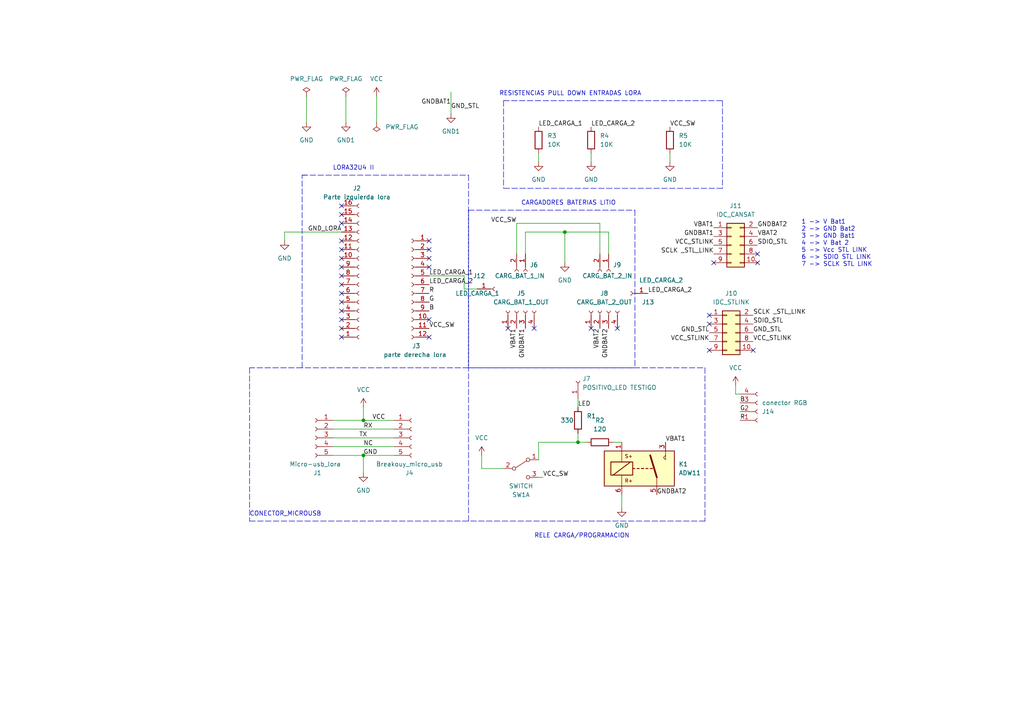
<source format=kicad_sch>
(kicad_sch (version 20211123) (generator eeschema)
  (paper "A4")
  (lib_symbols
    (symbol "Connector:Conn_01x01_Female" (pin_names (offset 1.016) hide)
      (property "Reference" "J" (at 0 2.54 0))
      (property "Value" "Conn_01x01_Female" (at 0 -2.54 0))
      (symbol "Conn_01x01_Female_1_1"
        (polyline (pts (xy -1.27 0) (xy -0.508 0)) (stroke (width 0.1524)))
        (arc (start 0 0.508) (mid -0.508 0) (end 0 -0.508) (stroke (width 0.1524)))
        (pin passive line (at -5.08 0 0) (length 3.81) (name "Pin_1") (number "1"))
      )
    )
    (symbol "Connector:Conn_01x02_Female" (pin_names (offset 1.016) hide)
      (property "Reference" "J" (at 0 2.54 0))
      (property "Value" "Conn_01x02_Female" (at 0 -5.08 0))
      (symbol "Conn_01x02_Female_1_1"
        (arc (start 0 -2.032) (mid -0.508 -2.54) (end 0 -3.048) (stroke (width 0.1524)))
        (polyline (pts (xy -1.27 -2.54) (xy -0.508 -2.54)) (stroke (width 0.1524)))
        (polyline (pts (xy -1.27 0) (xy -0.508 0)) (stroke (width 0.1524)))
        (arc (start 0 0.508) (mid -0.508 0) (end 0 -0.508) (stroke (width 0.1524)))
        (pin passive line (at -5.08 0 0) (length 3.81) (name "Pin_1") (number "1"))
        (pin passive line (at -5.08 -2.54 0) (length 3.81) (name "Pin_2") (number "2"))
      )
    )
    (symbol "Connector:Conn_01x04_Female" (pin_names (offset 1.016) hide)
      (property "Reference" "J" (at 0 5.08 0))
      (property "Value" "Conn_01x04_Female" (at 0 -7.62 0))
      (symbol "Conn_01x04_Female_1_1"
        (arc (start 0 -4.572) (mid -0.508 -5.08) (end 0 -5.588) (stroke (width 0.1524)))
        (arc (start 0 -2.032) (mid -0.508 -2.54) (end 0 -3.048) (stroke (width 0.1524)))
        (polyline (pts (xy -1.27 -5.08) (xy -0.508 -5.08)) (stroke (width 0.1524)))
        (polyline (pts (xy -1.27 -2.54) (xy -0.508 -2.54)) (stroke (width 0.1524)))
        (polyline (pts (xy -1.27 0) (xy -0.508 0)) (stroke (width 0.1524)))
        (polyline (pts (xy -1.27 2.54) (xy -0.508 2.54)) (stroke (width 0.1524)))
        (arc (start 0 0.508) (mid -0.508 0) (end 0 -0.508) (stroke (width 0.1524)))
        (arc (start 0 3.048) (mid -0.508 2.54) (end 0 2.032) (stroke (width 0.1524)))
        (pin passive line (at -5.08 2.54 0) (length 3.81) (name "Pin_1") (number "1"))
        (pin passive line (at -5.08 0 0) (length 3.81) (name "Pin_2") (number "2"))
        (pin passive line (at -5.08 -2.54 0) (length 3.81) (name "Pin_3") (number "3"))
        (pin passive line (at -5.08 -5.08 0) (length 3.81) (name "Pin_4") (number "4"))
      )
    )
    (symbol "Connector:Conn_01x05_Female" (pin_names (offset 1.016) hide)
      (property "Reference" "J" (at 0 7.62 0))
      (property "Value" "Conn_01x05_Female" (at 0 -7.62 0))
      (symbol "Conn_01x05_Female_1_1"
        (arc (start 0 -4.572) (mid -0.508 -5.08) (end 0 -5.588) (stroke (width 0.1524)))
        (arc (start 0 -2.032) (mid -0.508 -2.54) (end 0 -3.048) (stroke (width 0.1524)))
        (polyline (pts (xy -1.27 -5.08) (xy -0.508 -5.08)) (stroke (width 0.1524)))
        (polyline (pts (xy -1.27 -2.54) (xy -0.508 -2.54)) (stroke (width 0.1524)))
        (polyline (pts (xy -1.27 0) (xy -0.508 0)) (stroke (width 0.1524)))
        (polyline (pts (xy -1.27 2.54) (xy -0.508 2.54)) (stroke (width 0.1524)))
        (polyline (pts (xy -1.27 5.08) (xy -0.508 5.08)) (stroke (width 0.1524)))
        (arc (start 0 0.508) (mid -0.508 0) (end 0 -0.508) (stroke (width 0.1524)))
        (arc (start 0 3.048) (mid -0.508 2.54) (end 0 2.032) (stroke (width 0.1524)))
        (arc (start 0 5.588) (mid -0.508 5.08) (end 0 4.572) (stroke (width 0.1524)))
        (pin passive line (at -5.08 5.08 0) (length 3.81) (name "Pin_1") (number "1"))
        (pin passive line (at -5.08 2.54 0) (length 3.81) (name "Pin_2") (number "2"))
        (pin passive line (at -5.08 0 0) (length 3.81) (name "Pin_3") (number "3"))
        (pin passive line (at -5.08 -2.54 0) (length 3.81) (name "Pin_4") (number "4"))
        (pin passive line (at -5.08 -5.08 0) (length 3.81) (name "Pin_5") (number "5"))
      )
    )
    (symbol "Connector:Conn_01x12_Female" (pin_names (offset 1.016) hide)
      (property "Reference" "J" (at 0 15.24 0))
      (property "Value" "Conn_01x12_Female" (at 0 -17.78 0))
      (symbol "Conn_01x12_Female_1_1"
        (arc (start 0 -14.732) (mid -0.508 -15.24) (end 0 -15.748) (stroke (width 0.1524)))
        (arc (start 0 -12.192) (mid -0.508 -12.7) (end 0 -13.208) (stroke (width 0.1524)))
        (arc (start 0 -9.652) (mid -0.508 -10.16) (end 0 -10.668) (stroke (width 0.1524)))
        (arc (start 0 -7.112) (mid -0.508 -7.62) (end 0 -8.128) (stroke (width 0.1524)))
        (arc (start 0 -4.572) (mid -0.508 -5.08) (end 0 -5.588) (stroke (width 0.1524)))
        (arc (start 0 -2.032) (mid -0.508 -2.54) (end 0 -3.048) (stroke (width 0.1524)))
        (polyline (pts (xy -1.27 -15.24) (xy -0.508 -15.24)) (stroke (width 0.1524)))
        (polyline (pts (xy -1.27 -12.7) (xy -0.508 -12.7)) (stroke (width 0.1524)))
        (polyline (pts (xy -1.27 -10.16) (xy -0.508 -10.16)) (stroke (width 0.1524)))
        (polyline (pts (xy -1.27 -7.62) (xy -0.508 -7.62)) (stroke (width 0.1524)))
        (polyline (pts (xy -1.27 -5.08) (xy -0.508 -5.08)) (stroke (width 0.1524)))
        (polyline (pts (xy -1.27 -2.54) (xy -0.508 -2.54)) (stroke (width 0.1524)))
        (polyline (pts (xy -1.27 0) (xy -0.508 0)) (stroke (width 0.1524)))
        (polyline (pts (xy -1.27 2.54) (xy -0.508 2.54)) (stroke (width 0.1524)))
        (polyline (pts (xy -1.27 5.08) (xy -0.508 5.08)) (stroke (width 0.1524)))
        (polyline (pts (xy -1.27 7.62) (xy -0.508 7.62)) (stroke (width 0.1524)))
        (polyline (pts (xy -1.27 10.16) (xy -0.508 10.16)) (stroke (width 0.1524)))
        (polyline (pts (xy -1.27 12.7) (xy -0.508 12.7)) (stroke (width 0.1524)))
        (arc (start 0 0.508) (mid -0.508 0) (end 0 -0.508) (stroke (width 0.1524)))
        (arc (start 0 3.048) (mid -0.508 2.54) (end 0 2.032) (stroke (width 0.1524)))
        (arc (start 0 5.588) (mid -0.508 5.08) (end 0 4.572) (stroke (width 0.1524)))
        (arc (start 0 8.128) (mid -0.508 7.62) (end 0 7.112) (stroke (width 0.1524)))
        (arc (start 0 10.668) (mid -0.508 10.16) (end 0 9.652) (stroke (width 0.1524)))
        (arc (start 0 13.208) (mid -0.508 12.7) (end 0 12.192) (stroke (width 0.1524)))
        (pin passive line (at -5.08 12.7 0) (length 3.81) (name "Pin_1") (number "1"))
        (pin passive line (at -5.08 -10.16 0) (length 3.81) (name "Pin_10") (number "10"))
        (pin passive line (at -5.08 -12.7 0) (length 3.81) (name "Pin_11") (number "11"))
        (pin passive line (at -5.08 -15.24 0) (length 3.81) (name "Pin_12") (number "12"))
        (pin passive line (at -5.08 10.16 0) (length 3.81) (name "Pin_2") (number "2"))
        (pin passive line (at -5.08 7.62 0) (length 3.81) (name "Pin_3") (number "3"))
        (pin passive line (at -5.08 5.08 0) (length 3.81) (name "Pin_4") (number "4"))
        (pin passive line (at -5.08 2.54 0) (length 3.81) (name "Pin_5") (number "5"))
        (pin passive line (at -5.08 0 0) (length 3.81) (name "Pin_6") (number "6"))
        (pin passive line (at -5.08 -2.54 0) (length 3.81) (name "Pin_7") (number "7"))
        (pin passive line (at -5.08 -5.08 0) (length 3.81) (name "Pin_8") (number "8"))
        (pin passive line (at -5.08 -7.62 0) (length 3.81) (name "Pin_9") (number "9"))
      )
    )
    (symbol "Connector:Conn_01x16_Female" (pin_names (offset 1.016) hide)
      (property "Reference" "J" (at 0 20.32 0))
      (property "Value" "Conn_01x16_Female" (at 0 -22.86 0))
      (symbol "Conn_01x16_Female_1_1"
        (arc (start 0 -19.812) (mid -0.508 -20.32) (end 0 -20.828) (stroke (width 0.1524)))
        (arc (start 0 -17.272) (mid -0.508 -17.78) (end 0 -18.288) (stroke (width 0.1524)))
        (arc (start 0 -14.732) (mid -0.508 -15.24) (end 0 -15.748) (stroke (width 0.1524)))
        (arc (start 0 -12.192) (mid -0.508 -12.7) (end 0 -13.208) (stroke (width 0.1524)))
        (arc (start 0 -9.652) (mid -0.508 -10.16) (end 0 -10.668) (stroke (width 0.1524)))
        (arc (start 0 -7.112) (mid -0.508 -7.62) (end 0 -8.128) (stroke (width 0.1524)))
        (arc (start 0 -4.572) (mid -0.508 -5.08) (end 0 -5.588) (stroke (width 0.1524)))
        (arc (start 0 -2.032) (mid -0.508 -2.54) (end 0 -3.048) (stroke (width 0.1524)))
        (polyline (pts (xy -1.27 -20.32) (xy -0.508 -20.32)) (stroke (width 0.1524)))
        (polyline (pts (xy -1.27 -17.78) (xy -0.508 -17.78)) (stroke (width 0.1524)))
        (polyline (pts (xy -1.27 -15.24) (xy -0.508 -15.24)) (stroke (width 0.1524)))
        (polyline (pts (xy -1.27 -12.7) (xy -0.508 -12.7)) (stroke (width 0.1524)))
        (polyline (pts (xy -1.27 -10.16) (xy -0.508 -10.16)) (stroke (width 0.1524)))
        (polyline (pts (xy -1.27 -7.62) (xy -0.508 -7.62)) (stroke (width 0.1524)))
        (polyline (pts (xy -1.27 -5.08) (xy -0.508 -5.08)) (stroke (width 0.1524)))
        (polyline (pts (xy -1.27 -2.54) (xy -0.508 -2.54)) (stroke (width 0.1524)))
        (polyline (pts (xy -1.27 0) (xy -0.508 0)) (stroke (width 0.1524)))
        (polyline (pts (xy -1.27 2.54) (xy -0.508 2.54)) (stroke (width 0.1524)))
        (polyline (pts (xy -1.27 5.08) (xy -0.508 5.08)) (stroke (width 0.1524)))
        (polyline (pts (xy -1.27 7.62) (xy -0.508 7.62)) (stroke (width 0.1524)))
        (polyline (pts (xy -1.27 10.16) (xy -0.508 10.16)) (stroke (width 0.1524)))
        (polyline (pts (xy -1.27 12.7) (xy -0.508 12.7)) (stroke (width 0.1524)))
        (polyline (pts (xy -1.27 15.24) (xy -0.508 15.24)) (stroke (width 0.1524)))
        (polyline (pts (xy -1.27 17.78) (xy -0.508 17.78)) (stroke (width 0.1524)))
        (arc (start 0 0.508) (mid -0.508 0) (end 0 -0.508) (stroke (width 0.1524)))
        (arc (start 0 3.048) (mid -0.508 2.54) (end 0 2.032) (stroke (width 0.1524)))
        (arc (start 0 5.588) (mid -0.508 5.08) (end 0 4.572) (stroke (width 0.1524)))
        (arc (start 0 8.128) (mid -0.508 7.62) (end 0 7.112) (stroke (width 0.1524)))
        (arc (start 0 10.668) (mid -0.508 10.16) (end 0 9.652) (stroke (width 0.1524)))
        (arc (start 0 13.208) (mid -0.508 12.7) (end 0 12.192) (stroke (width 0.1524)))
        (arc (start 0 15.748) (mid -0.508 15.24) (end 0 14.732) (stroke (width 0.1524)))
        (arc (start 0 18.288) (mid -0.508 17.78) (end 0 17.272) (stroke (width 0.1524)))
        (pin passive line (at -5.08 17.78 0) (length 3.81) (name "Pin_1") (number "1"))
        (pin passive line (at -5.08 -5.08 0) (length 3.81) (name "Pin_10") (number "10"))
        (pin passive line (at -5.08 -7.62 0) (length 3.81) (name "Pin_11") (number "11"))
        (pin passive line (at -5.08 -10.16 0) (length 3.81) (name "Pin_12") (number "12"))
        (pin passive line (at -5.08 -12.7 0) (length 3.81) (name "Pin_13") (number "13"))
        (pin passive line (at -5.08 -15.24 0) (length 3.81) (name "Pin_14") (number "14"))
        (pin passive line (at -5.08 -17.78 0) (length 3.81) (name "Pin_15") (number "15"))
        (pin passive line (at -5.08 -20.32 0) (length 3.81) (name "Pin_16") (number "16"))
        (pin passive line (at -5.08 15.24 0) (length 3.81) (name "Pin_2") (number "2"))
        (pin passive line (at -5.08 12.7 0) (length 3.81) (name "Pin_3") (number "3"))
        (pin passive line (at -5.08 10.16 0) (length 3.81) (name "Pin_4") (number "4"))
        (pin passive line (at -5.08 7.62 0) (length 3.81) (name "Pin_5") (number "5"))
        (pin passive line (at -5.08 5.08 0) (length 3.81) (name "Pin_6") (number "6"))
        (pin passive line (at -5.08 2.54 0) (length 3.81) (name "Pin_7") (number "7"))
        (pin passive line (at -5.08 0 0) (length 3.81) (name "Pin_8") (number "8"))
        (pin passive line (at -5.08 -2.54 0) (length 3.81) (name "Pin_9") (number "9"))
      )
    )
    (symbol "Connector_Generic:Conn_02x05_Odd_Even" (pin_names (offset 1.016) hide)
      (property "Reference" "J" (at 1.27 7.62 0))
      (property "Value" "Conn_02x05_Odd_Even" (at 1.27 -7.62 0))
      (symbol "Conn_02x05_Odd_Even_1_1"
        (rectangle (start -1.27 -4.953) (end 0 -5.207) (stroke (width 0.1524)))
        (rectangle (start -1.27 -2.413) (end 0 -2.667) (stroke (width 0.1524)))
        (rectangle (start -1.27 0.127) (end 0 -0.127) (stroke (width 0.1524)))
        (rectangle (start -1.27 2.667) (end 0 2.413) (stroke (width 0.1524)))
        (rectangle (start -1.27 5.207) (end 0 4.953) (stroke (width 0.1524)))
        (rectangle (start -1.27 6.35) (end 3.81 -6.35) (stroke (width 0.254)) (fill (type background)))
        (rectangle (start 3.81 -4.953) (end 2.54 -5.207) (stroke (width 0.1524)))
        (rectangle (start 3.81 -2.413) (end 2.54 -2.667) (stroke (width 0.1524)))
        (rectangle (start 3.81 0.127) (end 2.54 -0.127) (stroke (width 0.1524)))
        (rectangle (start 3.81 2.667) (end 2.54 2.413) (stroke (width 0.1524)))
        (rectangle (start 3.81 5.207) (end 2.54 4.953) (stroke (width 0.1524)))
        (pin passive line (at -5.08 5.08 0) (length 3.81) (name "Pin_1") (number "1"))
        (pin passive line (at 7.62 -5.08 180) (length 3.81) (name "Pin_10") (number "10"))
        (pin passive line (at 7.62 5.08 180) (length 3.81) (name "Pin_2") (number "2"))
        (pin passive line (at -5.08 2.54 0) (length 3.81) (name "Pin_3") (number "3"))
        (pin passive line (at 7.62 2.54 180) (length 3.81) (name "Pin_4") (number "4"))
        (pin passive line (at -5.08 0 0) (length 3.81) (name "Pin_5") (number "5"))
        (pin passive line (at 7.62 0 180) (length 3.81) (name "Pin_6") (number "6"))
        (pin passive line (at -5.08 -2.54 0) (length 3.81) (name "Pin_7") (number "7"))
        (pin passive line (at 7.62 -2.54 180) (length 3.81) (name "Pin_8") (number "8"))
        (pin passive line (at -5.08 -5.08 0) (length 3.81) (name "Pin_9") (number "9"))
      )
    )
    (symbol "Device:R" (pin_numbers hide) (pin_names (offset 0))
      (property "Reference" "R" (at 2.032 0 90))
      (property "Value" "R" (at 0 0 90))
      (symbol "R_0_1"
        (rectangle (start -1.016 -2.54) (end 1.016 2.54) (stroke (width 0.254)))
      )
      (symbol "R_1_1"
        (pin passive line (at 0 3.81 270) (length 1.27) (name "~") (number "1"))
        (pin passive line (at 0 -3.81 90) (length 1.27) (name "~") (number "2"))
      )
    )
    (symbol "Relay:ADW11"
      (property "Reference" "K" (at 11.43 3.81 0))
      (property "Value" "ADW11" (at 13.97 1.27 0))
      (symbol "ADW11_1_1"
        (rectangle (start -10.16 5.08) (end 10.16 -5.08) (stroke (width 0.254)) (fill (type background)))
        (rectangle (start -8.255 1.905) (end -1.905 -1.905) (stroke (width 0.254)))
        (polyline (pts (xy -7.62 -1.905) (xy -2.54 1.905)) (stroke (width 0.254)))
        (polyline (pts (xy -5.08 -5.08) (xy -5.08 -1.905)))
        (polyline (pts (xy -5.08 5.08) (xy -5.08 1.905)))
        (polyline (pts (xy -1.905 0) (xy -1.27 0)) (stroke (width 0.254)))
        (polyline (pts (xy -0.635 0) (xy 0 0)) (stroke (width 0.254)))
        (polyline (pts (xy 0.635 0) (xy 1.27 0)) (stroke (width 0.254)))
        (polyline (pts (xy 0.635 0) (xy 1.27 0)) (stroke (width 0.254)))
        (polyline (pts (xy 1.905 0) (xy 2.54 0)) (stroke (width 0.254)))
        (polyline (pts (xy 3.175 0) (xy 3.81 0)) (stroke (width 0.254)))
        (polyline (pts (xy 5.08 -2.54) (xy 3.175 3.81)) (stroke (width 0.508)))
        (polyline (pts (xy 5.08 -2.54) (xy 5.08 -5.08)))
        (polyline (pts (xy 7.62 3.81) (xy 7.62 5.08)))
        (polyline (pts (xy 7.62 3.81) (xy 7.62 2.54) (xy 6.985 3.175) (xy 7.62 3.81)))
        (text "R+" (at -3.048 -3.556 0) (effects (font (size 1.016 1.016))))
        (text "S+" (at -3.048 3.556 0) (effects (font (size 1.016 1.016))))
        (pin passive line (at -5.08 7.62 270) (length 2.54) (name "~") (number "1"))
        (pin passive line (at 7.62 7.62 270) (length 2.54) (name "~") (number "3"))
        (pin passive line (at 5.08 -7.62 90) (length 2.54) (name "~") (number "5"))
        (pin passive line (at -5.08 -7.62 90) (length 2.54) (name "~") (number "6"))
      )
    )
    (symbol "Switch:SW_DPDT_x2" (pin_names (offset 0) hide)
      (property "Reference" "SW" (at 0 4.318 0))
      (property "Value" "SW_DPDT_x2" (at 0 -5.08 0))
      (symbol "SW_DPDT_x2_0_0"
        (circle (center -2.032 0) (radius 0.508))
        (circle (center 2.032 -2.54) (radius 0.508))
      )
      (symbol "SW_DPDT_x2_0_1"
        (polyline (pts (xy -1.524 0.254) (xy 1.651 2.286)))
        (circle (center 2.032 2.54) (radius 0.508))
      )
      (symbol "SW_DPDT_x2_1_1"
        (pin passive line (at 5.08 2.54 180) (length 2.54) (name "A") (number "1"))
        (pin passive line (at -5.08 0 0) (length 2.54) (name "B") (number "2"))
        (pin passive line (at 5.08 -2.54 180) (length 2.54) (name "C") (number "3"))
      )
      (symbol "SW_DPDT_x2_2_1"
        (pin passive line (at 5.08 2.54 180) (length 2.54) (name "A") (number "4"))
        (pin passive line (at -5.08 0 0) (length 2.54) (name "B") (number "5"))
        (pin passive line (at 5.08 -2.54 180) (length 2.54) (name "C") (number "6"))
      )
    )
    (symbol "power:GND" (power) (pin_names (offset 0))
      (property "Value" "GND" (at 0 -3.81 0))
      (symbol "GND_0_1"
        (polyline (pts (xy 0 0) (xy 0 -1.27) (xy 1.27 -1.27) (xy 0 -2.54) (xy -1.27 -1.27) (xy 0 -1.27)))
      )
      (symbol "GND_1_1"
        (pin power_in line (at 0 0 270) (length 0) hide (name "GND") (number "1"))
      )
    )
    (symbol "power:GND1" (power) (pin_names (offset 0))
      (property "Value" "GND1" (at 0 -3.81 0))
      (symbol "GND1_0_1"
        (polyline (pts (xy 0 0) (xy 0 -1.27) (xy 1.27 -1.27) (xy 0 -2.54) (xy -1.27 -1.27) (xy 0 -1.27)))
      )
      (symbol "GND1_1_1"
        (pin power_in line (at 0 0 270) (length 0) hide (name "GND1") (number "1"))
      )
    )
    (symbol "power:PWR_FLAG" (power) (pin_numbers hide) (pin_names (offset 0) hide)
      (property "Value" "PWR_FLAG" (at 0 3.81 0))
      (symbol "PWR_FLAG_0_0"
        (pin power_out line (at 0 0 90) (length 0) (name "pwr") (number "1"))
      )
      (symbol "PWR_FLAG_0_1"
        (polyline (pts (xy 0 0) (xy 0 1.27) (xy -1.016 1.905) (xy 0 2.54) (xy 1.016 1.905) (xy 0 1.27)))
      )
    )
    (symbol "power:VCC" (power) (pin_names (offset 0))
      (property "Value" "VCC" (at 0 3.81 0))
      (symbol "VCC_0_1"
        (polyline (pts (xy -0.762 1.27) (xy 0 2.54)))
        (polyline (pts (xy 0 0) (xy 0 2.54)))
        (polyline (pts (xy 0 2.54) (xy 0.762 1.27)))
      )
      (symbol "VCC_1_1"
        (pin power_in line (at 0 0 90) (length 0) hide (name "VCC") (number "1"))
      )
    )
  )
  (junction (at 105.41 132.08))
  (junction (at 163.83 67.31))
  (junction (at 167.64 128.27))
  (junction (at 105.41 121.92))
  (no_connect (at 207.01 76.2))
  (no_connect (at 219.71 76.2))
  (no_connect (at 219.71 73.66))
  (no_connect (at 205.74 101.6))
  (no_connect (at 205.74 91.44))
  (no_connect (at 205.74 93.98))
  (no_connect (at 218.44 101.6))
  (no_connect (at 99.06 59.69))
  (no_connect (at 99.06 62.23))
  (no_connect (at 99.06 97.79))
  (no_connect (at 99.06 64.77))
  (no_connect (at 99.06 69.85))
  (no_connect (at 99.06 72.39))
  (no_connect (at 99.06 74.93))
  (no_connect (at 99.06 77.47))
  (no_connect (at 99.06 80.01))
  (no_connect (at 99.06 82.55))
  (no_connect (at 99.06 85.09))
  (no_connect (at 99.06 87.63))
  (no_connect (at 99.06 90.17))
  (no_connect (at 99.06 92.71))
  (no_connect (at 99.06 95.25))
  (no_connect (at 124.46 97.79))
  (no_connect (at 124.46 92.71))
  (no_connect (at 124.46 77.47))
  (no_connect (at 124.46 74.93))
  (no_connect (at 124.46 72.39))
  (no_connect (at 124.46 69.85))
  (no_connect (at 179.07 95.25))
  (no_connect (at 171.45 95.25))
  (no_connect (at 154.94 95.25))
  (no_connect (at 147.32 95.25))
  (polyline (pts (xy 87.63 106.68) (xy 72.39 106.68)))
  (wire (pts (xy 173.99 64.77) (xy 149.86 64.77)))
  (wire (pts (xy 109.22 27.94) (xy 109.22 35.56)))
  (wire (pts (xy 96.52 129.54) (xy 114.3 129.54)))
  (polyline (pts (xy 184.15 106.68) (xy 135.89 106.68)))
  (wire (pts (xy 152.4 67.31) (xy 163.83 67.31)))
  (wire (pts (xy 214.63 114.3) (xy 213.36 114.3)))
  (wire (pts (xy 156.21 44.45) (xy 156.21 46.99)))
  (polyline (pts (xy 72.39 151.13) (xy 135.89 151.13)))
  (wire (pts (xy 163.83 67.31) (xy 176.53 67.31)))
  (wire (pts (xy 194.31 44.45) (xy 194.31 46.99)))
  (wire (pts (xy 156.21 138.43) (xy 157.48 138.43)))
  (wire (pts (xy 156.21 128.27) (xy 156.21 133.35)))
  (wire (pts (xy 173.99 73.66) (xy 173.99 64.77)))
  (wire (pts (xy 176.53 67.31) (xy 176.53 73.66)))
  (wire (pts (xy 139.7 135.89) (xy 146.05 135.89)))
  (wire (pts (xy 88.9 27.94) (xy 88.9 35.56)))
  (wire (pts (xy 149.86 64.77) (xy 149.86 73.66)))
  (wire (pts (xy 156.21 128.27) (xy 167.64 128.27)))
  (wire (pts (xy 134.62 80.01) (xy 134.62 83.82)))
  (wire (pts (xy 171.45 44.45) (xy 171.45 46.99)))
  (polyline (pts (xy 146.05 29.21) (xy 209.55 29.21)))
  (wire (pts (xy 139.7 132.08) (xy 139.7 135.89)))
  (wire (pts (xy 105.41 121.92) (xy 105.41 118.11)))
  (polyline (pts (xy 87.63 50.8) (xy 135.89 50.8)))
  (polyline (pts (xy 135.89 151.13) (xy 135.89 106.68)))
  (wire (pts (xy 96.52 127) (xy 114.3 127)))
  (wire (pts (xy 152.4 73.66) (xy 152.4 67.31)))
  (polyline (pts (xy 135.89 60.96) (xy 184.15 60.96)))
  (wire (pts (xy 124.46 80.01) (xy 134.62 80.01)))
  (wire (pts (xy 96.52 132.08) (xy 105.41 132.08)))
  (polyline (pts (xy 209.55 54.61) (xy 146.05 54.61)))
  (wire (pts (xy 213.36 111.76) (xy 213.36 114.3)))
  (wire (pts (xy 105.41 121.92) (xy 114.3 121.92)))
  (wire (pts (xy 167.64 125.73) (xy 167.64 128.27)))
  (wire (pts (xy 134.62 83.82) (xy 138.43 83.82)))
  (wire (pts (xy 96.52 121.92) (xy 105.41 121.92)))
  (wire (pts (xy 99.06 67.31) (xy 82.55 67.31)))
  (polyline (pts (xy 204.47 106.68) (xy 204.47 151.13)))
  (polyline (pts (xy 87.63 106.68) (xy 87.63 50.8)))
  (wire (pts (xy 177.8 128.27) (xy 180.34 128.27)))
  (polyline (pts (xy 87.63 50.8) (xy 88.9 50.8)))
  (wire (pts (xy 105.41 132.08) (xy 105.41 137.16)))
  (polyline (pts (xy 204.47 151.13) (xy 135.89 151.13)))
  (polyline (pts (xy 135.89 106.68) (xy 87.63 106.68)))
  (wire (pts (xy 105.41 132.08) (xy 114.3 132.08)))
  (polyline (pts (xy 135.89 106.68) (xy 204.47 106.68)))
  (polyline (pts (xy 146.05 29.21) (xy 146.05 54.61)))
  (wire (pts (xy 82.55 67.31) (xy 82.55 69.85)))
  (wire (pts (xy 163.83 67.31) (xy 163.83 76.2)))
  (wire (pts (xy 167.64 115.57) (xy 167.64 118.11)))
  (polyline (pts (xy 135.89 60.96) (xy 135.89 106.68)))
  (polyline (pts (xy 184.15 60.96) (xy 184.15 106.68)))
  (wire (pts (xy 180.34 143.51) (xy 180.34 147.32)))
  (wire (pts (xy 167.64 128.27) (xy 170.18 128.27)))
  (wire (pts (xy 96.52 124.46) (xy 114.3 124.46)))
  (polyline (pts (xy 72.39 106.68) (xy 72.39 151.13)))
  (polyline (pts (xy 135.89 50.8) (xy 135.89 106.68)))
  (wire (pts (xy 100.33 27.94) (xy 100.33 35.56)))
  (wire (pts (xy 130.81 26.67) (xy 130.81 33.02)))
  (polyline (pts (xy 209.55 29.21) (xy 209.55 54.61)))
  (text "RELE CARGA/PROGRAMACION\n" (at 154.94 156.21 0) (effects (font (size 1.27 1.27)) (justify left bottom)))
  (text "CARGADORES BATERIAS LITIO\n" (at 151.13 59.69 0) (effects (font (size 1.27 1.27)) (justify left bottom)))
  (text "1 -> V Bat1\n2 -> GND Bat2\n3 -> GND Bat1\n4 -> V Bat 2\n5 -> Vcc STL LINK\n6 -> SDIO STL LINK\n7 -> SCLK STL LINK\n" (at 232.41 77.47 0) (effects (font (size 1.27 1.27)) (justify left bottom)))
  (text "LORA32U4 II\n" (at 96.52 49.53 0) (effects (font (size 1.27 1.27)) (justify left bottom)))
  (text "RESISTENCIAS PULL DOWN ENTRADAS LORA" (at 144.78 27.94 0) (effects (font (size 1.27 1.27)) (justify left bottom)))
  (text "CONECTOR_MICROUSB" (at 72.39 149.86 0) (effects (font (size 1.27 1.27)) (justify left bottom)))
  (label "VBAT1" (at 193.04 128.27 0))
  (label "B" (at 124.46 90.17 0))
  (label "LED_CARGA_2" (at 124.46 82.55 0))
  (label "SDIO_STL" (at 219.71 71.12 0))
  (label "GNDBAT2" (at 190.5 143.51 0))
  (label "SDIO_STL" (at 218.44 93.98 0))
  (label "VCC_STLINK" (at 207.01 71.12 180))
  (label "LED_CARGA_2" (at 171.45 36.83 0))
  (label "LED_CARGA_1" (at 156.21 36.83 0))
  (label "VCC_STLINK" (at 205.74 99.06 180))
  (label "VCC" (at 107.95 121.92 0))
  (label "VCC_STLINK" (at 218.44 99.06 0))
  (label "RX" (at 105.41 124.46 0))
  (label "B" (at 214.63 116.84 0))
  (label "SCLK _STL_LINK" (at 207.01 73.66 180))
  (label "GND_STL" (at 130.81 31.75 0))
  (label "LED_CARGA_2" (at 187.96 85.09 0))
  (label "GNDBAT2" (at 176.53 95.25 270))
  (label "VCC_SW" (at 194.31 36.83 0))
  (label "GNDBAT1" (at 207.01 68.58 180))
  (label "R" (at 214.63 121.92 0))
  (label "LED_CARGA_1" (at 124.46 80.01 0))
  (label "G" (at 214.63 119.38 0))
  (label "VBAT1" (at 149.86 95.25 270))
  (label "G" (at 124.46 87.63 0))
  (label "VCC_SW" (at 157.48 138.43 0))
  (label "GNDBAT1" (at 130.81 30.48 180))
  (label "VBAT2" (at 173.99 95.25 270))
  (label "VCC_SW" (at 124.46 95.25 0))
  (label "GNDBAT1" (at 152.4 95.25 270))
  (label "VBAT1" (at 207.01 66.04 180))
  (label "GND_STL" (at 218.44 96.52 0))
  (label "GND_STL" (at 205.74 96.52 180))
  (label "R" (at 124.46 85.09 0))
  (label "NC" (at 105.41 129.54 0))
  (label "VCC_SW" (at 149.86 64.77 180))
  (label "SCLK _STL_LINK" (at 218.44 91.44 0))
  (label "GNDBAT2" (at 219.71 66.04 0))
  (label "TX" (at 104.14 127 0))
  (label "GND" (at 105.41 132.08 0))
  (label "LED" (at 167.64 118.11 0))
  (label "GND_LORA" (at 99.06 67.31 180))
  (label "VBAT2" (at 219.71 68.58 0))
  (symbol (lib_id "Connector:Conn_01x01_Female") (at 182.88 85.09 180) (unit 1)
    (property "Reference" "J13" (at 187.96 87.63 0))
    (property "Value" "LED_CARGA_2" (at 191.77 81.28 0))
    (property "Footprint" "Connector_Pin:Pin_D1.0mm_L10.0mm" (effects hide))
  )
  (symbol (lib_id "Connector:Conn_01x12_Female") (at 119.38 82.55 0) (mirror y) (unit 1)
    (property "Reference" "J3" (at 121.92 100.33 0) (effects (justify left)))
    (property "Value" "parte derecha lora" (at 129.54 102.87 0) (effects (justify left)))
    (property "Footprint" "Connector_PinSocket_2.54mm:PinSocket_1x12_P2.54mm_Vertical" (effects hide))
  )
  (symbol (lib_id "power:VCC") (at 139.7 132.08 0) (unit 1)
    (property "Reference" "#PWR08" (effects hide))
    (property "Value" "VCC" (at 139.7 127 0))
  )
  (symbol (lib_id "Connector:Conn_01x02_Female") (at 176.53 78.74 270) (unit 1)
    (property "Reference" "J9" (at 177.8 76.8349 90) (effects (justify left)))
    (property "Value" "CARG_BAT_2_IN" (at 168.91 80.01 90) (effects (justify left)))
  )
  (symbol (lib_id "power:GND1") (at 100.33 35.56 0) (unit 1)
    (property "Reference" "#PWR03" (effects hide))
    (property "Value" "GND1" (at 100.33 40.64 0))
  )
  (symbol (lib_id "Connector_Generic:Conn_02x05_Odd_Even") (at 212.09 71.12 0) (unit 1)
    (property "Reference" "J11" (at 213.36 59.69 0))
    (property "Value" "IDC_CANSAT" (at 213.36 62.23 0))
    (property "Footprint" "Connector_IDC:IDC-Header_2x05_P2.54mm_Vertical" (effects hide))
  )
  (symbol (lib_id "power:GND") (at 156.21 46.99 0) (unit 1)
    (property "Reference" "#PWR012" (effects hide))
    (property "Value" "GND" (at 156.21 52.07 0))
  )
  (symbol (lib_id "power:GND") (at 105.41 137.16 0) (unit 1)
    (property "Reference" "#PWR05" (effects hide))
    (property "Value" "GND" (at 105.41 142.24 0))
  )
  (symbol (lib_id "Connector:Conn_01x05_Female") (at 91.44 127 0) (mirror y) (unit 1)
    (property "Reference" "J1" (at 92.075 137.16 0))
    (property "Value" "Micro-usb_lora" (at 91.44 134.62 0))
    (property "Footprint" "Connector_PinSocket_2.00mm:PinSocket_1x05_P2.00mm_Vertical" (effects hide))
  )
  (symbol (lib_id "Device:R") (at 171.45 40.64 180) (unit 1)
    (property "Reference" "R4" (at 173.99 39.3699 0) (effects (justify right)))
    (property "Value" "10K" (at 173.99 41.9099 0) (effects (justify right)))
    (property "Footprint" "Resistor_SMD:R_0805_2012Metric_Pad1.20x1.40mm_HandSolder" (effects hide))
  )
  (symbol (lib_id "power:PWR_FLAG") (at 100.33 27.94 0) (unit 1)
    (property "Reference" "#FLG02" (effects hide))
    (property "Value" "PWR_FLAG" (at 100.33 22.86 0))
  )
  (symbol (lib_id "power:PWR_FLAG") (at 88.9 27.94 0) (unit 1)
    (property "Reference" "#FLG01" (effects hide))
    (property "Value" "PWR_FLAG" (at 88.9 22.86 0))
  )
  (symbol (lib_id "Device:R") (at 167.64 121.92 0) (unit 1)
    (property "Reference" "R1" (at 170.18 120.6499 0) (effects (justify left)))
    (property "Value" "330" (at 162.56 121.92 0) (effects (justify left)))
    (property "Footprint" "Resistor_THT:R_Axial_DIN0207_L6.3mm_D2.5mm_P10.16mm_Horizontal" (effects hide))
  )
  (symbol (lib_id "power:VCC") (at 213.36 111.76 0) (unit 1)
    (property "Reference" "#PWR?" (effects hide))
    (property "Value" "VCC" (at 213.36 106.68 0))
  )
  (symbol (lib_id "Connector:Conn_01x04_Female") (at 173.99 90.17 90) (unit 1)
    (property "Reference" "J8" (at 175.26 85.09 90))
    (property "Value" "CARG_BAT_2_OUT" (at 175.26 87.63 90))
  )
  (symbol (lib_id "Connector:Conn_01x01_Female") (at 143.51 83.82 0) (unit 1)
    (property "Reference" "J12" (at 137.16 80.01 0) (effects (justify left)))
    (property "Value" "LED_CARGA_1" (at 132.08 85.09 0) (effects (justify left)))
    (property "Footprint" "Connector_Pin:Pin_D1.0mm_L10.0mm" (effects hide))
  )
  (symbol (lib_id "Device:R") (at 173.99 128.27 90) (unit 1)
    (property "Reference" "R2" (at 173.99 121.92 90))
    (property "Value" "120" (at 173.99 124.46 90))
    (property "Footprint" "Resistor_THT:R_Axial_DIN0207_L6.3mm_D2.5mm_P10.16mm_Horizontal" (effects hide))
  )
  (symbol (lib_id "Switch:SW_DPDT_x2") (at 151.13 135.89 0) (unit 1)
    (property "Reference" "SW1" (at 151.13 143.51 0))
    (property "Value" "SWITCH" (at 151.13 140.97 0))
    (property "Footprint" "Connector_PinHeader_2.54mm:PinHeader_1x03_P2.54mm_Vertical" (effects hide))
  )
  (symbol (lib_id "Connector:Conn_01x04_Female") (at 149.86 90.17 90) (unit 1)
    (property "Reference" "J5" (at 151.13 85.09 90))
    (property "Value" "CARG_BAT_1_OUT" (at 151.13 87.63 90))
  )
  (symbol (lib_id "Device:R") (at 194.31 40.64 0) (unit 1)
    (property "Reference" "R5" (at 196.85 39.3699 0) (effects (justify left)))
    (property "Value" "10K" (at 196.85 41.9099 0) (effects (justify left)))
    (property "Footprint" "Resistor_SMD:R_0805_2012Metric_Pad1.20x1.40mm_HandSolder" (effects hide))
  )
  (symbol (lib_id "power:PWR_FLAG") (at 109.22 35.56 180) (unit 1)
    (property "Reference" "#FLG03" (effects hide))
    (property "Value" "PWR_FLAG" (at 111.76 36.8299 0) (effects (justify right)))
  )
  (symbol (lib_id "power:VCC") (at 105.41 118.11 0) (unit 1)
    (property "Reference" "#PWR04" (effects hide))
    (property "Value" "VCC" (at 105.41 113.03 0))
  )
  (symbol (lib_id "power:VCC") (at 109.22 27.94 0) (unit 1)
    (property "Reference" "#PWR06" (effects hide))
    (property "Value" "VCC" (at 109.22 22.86 0))
  )
  (symbol (lib_id "power:GND") (at 194.31 46.99 0) (unit 1)
    (property "Reference" "#PWR014" (effects hide))
    (property "Value" "GND" (at 194.31 52.07 0))
  )
  (symbol (lib_id "Connector:Conn_01x05_Female") (at 119.38 127 0) (unit 1)
    (property "Reference" "J4" (at 118.745 137.16 0))
    (property "Value" "Breakouy_micro_usb" (at 118.745 134.62 0))
    (property "Footprint" "Connector_PinSocket_2.54mm:PinSocket_1x05_P2.54mm_Vertical" (effects hide))
  )
  (symbol (lib_id "power:GND") (at 171.45 46.99 0) (unit 1)
    (property "Reference" "#PWR013" (effects hide))
    (property "Value" "GND" (at 171.45 52.07 0))
  )
  (symbol (lib_id "power:GND") (at 82.55 69.85 0) (unit 1)
    (property "Reference" "#PWR01" (effects hide))
    (property "Value" "GND" (at 82.55 74.93 0))
  )
  (symbol (lib_id "Relay:ADW11") (at 185.42 135.89 0) (unit 1)
    (property "Reference" "K1" (at 196.85 134.6199 0) (effects (justify left)))
    (property "Value" "ADW11" (at 196.85 137.1599 0) (effects (justify left)))
    (property "Footprint" "Relay_THT:RELAY PANASONIC" (effects hide))
    (property "Datasheet" "https://www.panasonic-electric-works.com/pew/es/downloads/ds_dw_hl_en.pdf" (effects hide))
  )
  (symbol (lib_id "Connector_Generic:Conn_02x05_Odd_Even") (at 210.82 96.52 0) (unit 1)
    (property "Reference" "J10" (at 212.09 85.09 0))
    (property "Value" "IDC_STLINK" (at 212.09 87.63 0))
    (property "Footprint" "Connector_IDC:IDC-Header_2x05_P2.54mm_Horizontal" (effects hide))
  )
  (symbol (lib_id "power:GND1") (at 130.81 33.02 0) (unit 1)
    (property "Reference" "#PWR07" (effects hide))
    (property "Value" "GND1" (at 130.81 38.1 0))
  )
  (symbol (lib_id "power:GND") (at 88.9 35.56 0) (unit 1)
    (property "Reference" "#PWR02" (effects hide))
    (property "Value" "GND" (at 88.9 40.64 0))
  )
  (symbol (lib_id "Connector:Conn_01x01_Female") (at 167.64 110.49 90) (unit 1)
    (property "Reference" "J7" (at 168.91 109.8549 90) (effects (justify right)))
    (property "Value" "POSITIVO_LED TESTIGO" (at 168.91 112.3949 90) (effects (justify right)))
    (property "Footprint" "Connector_Pin:Pin_D0.9mm_L10.0mm_W2.4mm_FlatFork" (effects hide))
  )
  (symbol (lib_id "Connector:Conn_01x04_Female") (at 219.71 119.38 0) (mirror x) (unit 1)
    (property "Reference" "J14" (at 220.98 119.3801 0) (effects (justify left)))
    (property "Value" "conector RGB" (at 220.98 116.8401 0) (effects (justify left)))
    (property "Footprint" "Connector_PinSocket_2.54mm:PinSocket_1x04_P2.54mm_Vertical" (effects hide))
  )
  (symbol (lib_id "Connector:Conn_01x16_Female") (at 104.14 80.01 0) (mirror x) (unit 1)
    (property "Reference" "J2" (at 103.505 54.61 0))
    (property "Value" "Parte izquierda lora" (at 103.505 57.15 0))
    (property "Footprint" "Connector_PinSocket_2.54mm:PinSocket_1x16_P2.54mm_Vertical" (effects hide))
  )
  (symbol (lib_id "Connector:Conn_01x02_Female") (at 152.4 78.74 270) (unit 1)
    (property "Reference" "J6" (at 153.67 76.8349 90) (effects (justify left)))
    (property "Value" "CARG_BAT_1_IN" (at 143.51 80.01 90) (effects (justify left)))
  )
  (symbol (lib_id "power:GND") (at 163.83 76.2 0) (unit 1)
    (property "Reference" "#PWR09" (effects hide))
    (property "Value" "GND" (at 163.83 81.28 0))
  )
  (symbol (lib_id "power:GND") (at 180.34 147.32 0) (unit 1)
    (property "Reference" "#PWR010" (effects hide))
    (property "Value" "GND" (at 180.34 152.4 0))
  )
  (symbol (lib_id "Device:R") (at 156.21 40.64 180) (unit 1)
    (property "Reference" "R3" (at 158.75 39.3699 0) (effects (justify right)))
    (property "Value" "10K" (at 158.75 41.9099 0) (effects (justify right)))
    (property "Footprint" "Resistor_SMD:R_0805_2012Metric_Pad1.20x1.40mm_HandSolder" (effects hide))
  )
)
</source>
